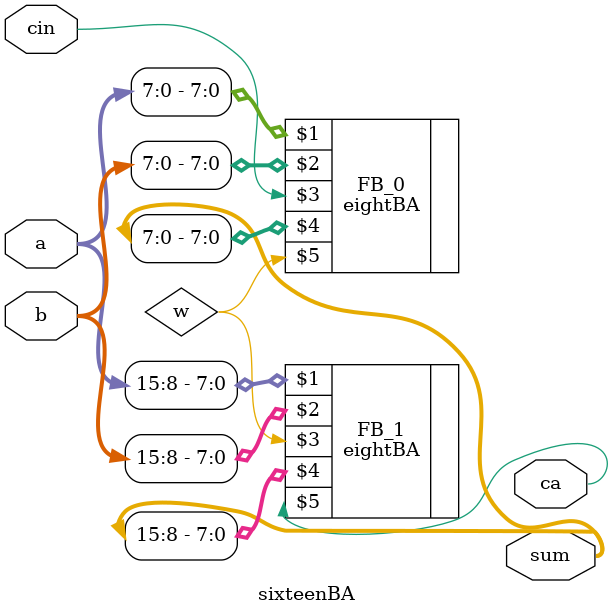
<source format=v>
`include "8_RCA.v"

module sixteenBA (a, b, cin, sum, ca);

input [15:0] a,b;
input cin;

output [15:0] sum;
output ca;

wire w;

eightBA FB_0 (a[7:0], b[7:0], cin, sum[7:0], w);
eightBA FB_1 (a[15:8], b[15:8], w, sum[15:8], ca);

endmodule


</source>
